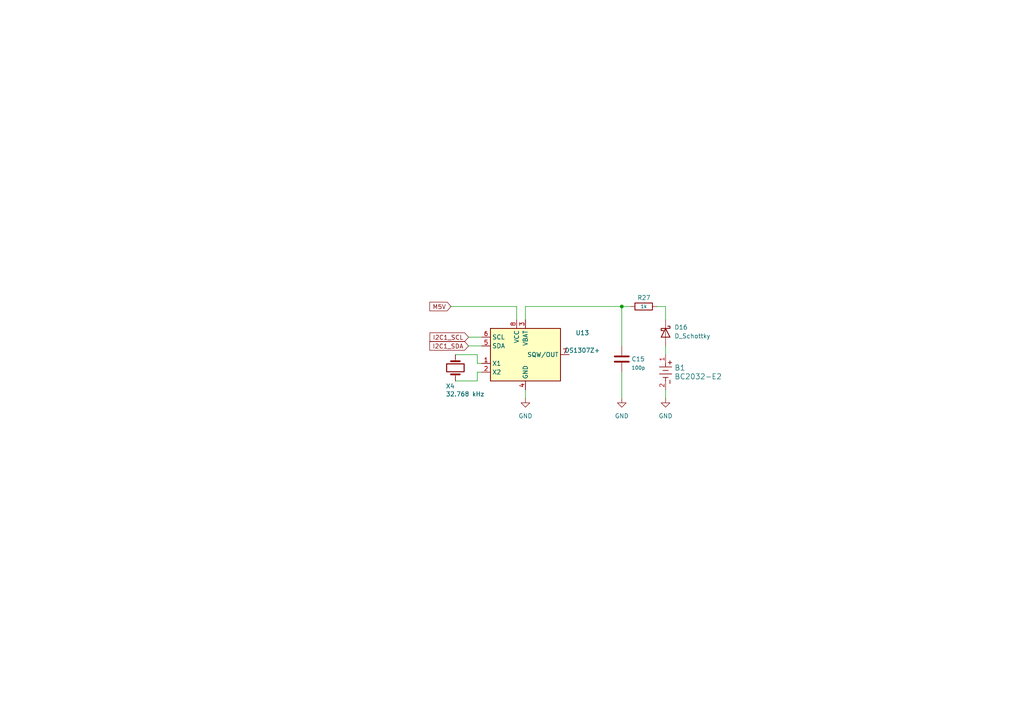
<source format=kicad_sch>
(kicad_sch (version 20231120) (generator "eeschema") (generator_version "8.0")
  (paper "A4")
  (title_block (title "MB02A1 - RTC Module") (date "2025-01-18") (rev "A1"))
  (lib_symbols
    (symbol "2025-01-20_18-18-17:BC2032-E2" (pin_names (offset 0.254))
      (property "Reference" "B" (at 4.826 3.81 0))
      (property "Value" "BC2032-E2" (at 4.826 -3.81 0))
      (symbol "BC2032-E2_0_1"
        (polyline (pts (xy 1.778 1.27) (xy 2.794 1.27)) (stroke (width 0.2032)))
        (polyline (pts (xy 2.286 0.762) (xy 2.286 1.778)) (stroke (width 0.2032)))
        (polyline (pts (xy 2.54 0) (xy 3.4798 0)) (stroke (width 0.2032)))
        (polyline (pts (xy 3.556 -1.778) (xy 3.556 1.778)) (stroke (width 0.2032)))
        (polyline (pts (xy 4.572 0.762) (xy 4.572 -0.762)) (stroke (width 0.2032)))
        (polyline (pts (xy 5.588 -1.778) (xy 5.588 1.778)) (stroke (width 0.2032)))
        (polyline (pts (xy 6.604 0) (xy 7.62 0)) (stroke (width 0.2032)))
        (polyline (pts (xy 6.604 0.762) (xy 6.604 -0.762)) (stroke (width 0.2032)))
        (polyline (pts (xy 7.366 1.27) (xy 8.382 1.27)) (stroke (width 0.2032)))
        (pin unspecified line (at 0 0 0) (length 2.54) (name "") (number "1"))
        (pin unspecified line (at 10.16 0 180) (length 2.54) (name "") (number "2"))
      )
    )
    (symbol "Device:C" (pin_numbers hide) (pin_names (offset 0.254))
      (property "Reference" "C" (at 0.635 2.54 0))
      (property "Value" "C" (at 0.635 -2.54 0))
      (symbol "C_0_1"
        (polyline (pts (xy -2.032 -0.762) (xy 2.032 -0.762)) (stroke (width 0.508)))
        (polyline (pts (xy -2.032 0.762) (xy 2.032 0.762)) (stroke (width 0.508)))
      )
      (symbol "C_1_1"
        (pin passive line (at 0 3.81 270) (length 2.794) (name "~") (number "1"))
        (pin passive line (at 0 -3.81 90) (length 2.794) (name "~") (number "2"))
      )
    )
    (symbol "Device:Crystal" (pin_numbers hide) (pin_names (offset 1.016) hide)
      (property "Reference" "Y" (at 0 3.81 0))
      (property "Value" "Crystal" (at 0 -3.81 0))
      (symbol "Crystal_0_1"
        (rectangle (start -1.143 2.54) (end 1.143 -2.54) (stroke (width 0.3048)))
        (polyline (pts (xy -2.54 0) (xy -1.905 0)))
        (polyline (pts (xy -1.905 -1.27) (xy -1.905 1.27)) (stroke (width 0.508)))
        (polyline (pts (xy 1.905 -1.27) (xy 1.905 1.27)) (stroke (width 0.508)))
        (polyline (pts (xy 2.54 0) (xy 1.905 0)))
      )
      (symbol "Crystal_1_1"
        (pin passive line (at -3.81 0 0) (length 1.27) (name "1") (number "1"))
        (pin passive line (at 3.81 0 180) (length 1.27) (name "2") (number "2"))
      )
    )
    (symbol "Device:D_Schottky" (pin_numbers hide) (pin_names (offset 1.016) hide)
      (property "Reference" "D" (at 0 2.54 0))
      (property "Value" "D_Schottky" (at 0 -2.54 0))
      (symbol "D_Schottky_0_1"
        (polyline (pts (xy 1.27 0) (xy -1.27 0)))
        (polyline (pts (xy 1.27 1.27) (xy 1.27 -1.27) (xy -1.27 0) (xy 1.27 1.27)) (stroke (width 0.254)))
        (polyline (pts (xy -1.905 0.635) (xy -1.905 1.27) (xy -1.27 1.27) (xy -1.27 -1.27) (xy -0.635 -1.27) (xy -0.635 -0.635)) (stroke (width 0.254)))
      )
      (symbol "D_Schottky_1_1"
        (pin passive line (at -3.81 0 0) (length 2.54) (name "K") (number "1"))
        (pin passive line (at 3.81 0 180) (length 2.54) (name "A") (number "2"))
      )
    )
    (symbol "Device:R" (pin_numbers hide) (pin_names (offset 0))
      (property "Reference" "R" (at 2.032 0 90))
      (property "Value" "R" (at 0 0 90))
      (symbol "R_0_1"
        (rectangle (start -1.016 -2.54) (end 1.016 2.54) (stroke (width 0.254)))
      )
      (symbol "R_1_1"
        (pin passive line (at 0 3.81 270) (length 1.27) (name "~") (number "1"))
        (pin passive line (at 0 -3.81 90) (length 1.27) (name "~") (number "2"))
      )
    )
    (symbol "Timer_RTC:DS1307Z+"
      (property "Reference" "U" (at -8.89 8.89 0))
      (property "Value" "DS1307Z+" (at 1.27 8.89 0))
      (symbol "DS1307Z+_0_1"
        (rectangle (start -10.16 7.62) (end 10.16 -7.62) (stroke (width 0.254)) (fill (type background)))
      )
      (symbol "DS1307Z+_1_1"
        (pin input line (at -12.7 -2.54 0) (length 2.54) (name "X1") (number "1"))
        (pin input line (at -12.7 -5.08 0) (length 2.54) (name "X2") (number "2"))
        (pin power_in line (at 0 10.16 270) (length 2.54) (name "VBAT") (number "3"))
        (pin power_in line (at 0 -10.16 90) (length 2.54) (name "GND") (number "4"))
        (pin bidirectional line (at -12.7 2.54 0) (length 2.54) (name "SDA") (number "5"))
        (pin input line (at -12.7 5.08 0) (length 2.54) (name "SCL") (number "6"))
        (pin open_collector line (at 12.7 0 180) (length 2.54) (name "SQW/OUT") (number "7"))
        (pin power_in line (at -2.54 10.16 270) (length 2.54) (name "VCC") (number "8"))
      )
    )
    (symbol "power:GND" (power) (pin_numbers hide) (pin_names (offset 0) hide)
      (property "Value" "GND" (at 0 -3.81 0))
      (symbol "GND_0_1"
        (polyline (pts (xy 0 0) (xy 0 -1.27) (xy 1.27 -1.27) (xy 0 -2.54) (xy -1.27 -1.27) (xy 0 -1.27)))
      )
      (symbol "GND_1_1"
        (pin power_in line (at 0 0 270) (length 0) (name "~") (number "1"))
      )
    )
  )
  (junction (at 180.34 88.9))
  (wire (pts (xy 138.43 105.41) (xy 139.7 105.41)))
  (wire (pts (xy 135.89 100.33) (xy 139.7 100.33)))
  (wire (pts (xy 138.43 107.95) (xy 138.43 110.49)))
  (wire (pts (xy 152.4 88.9) (xy 180.34 88.9)))
  (wire (pts (xy 193.04 88.9) (xy 190.5 88.9)))
  (wire (pts (xy 193.04 92.71) (xy 193.04 88.9)))
  (wire (pts (xy 152.4 113.03) (xy 152.4 115.57)))
  (wire (pts (xy 149.86 88.9) (xy 149.86 92.71)))
  (wire (pts (xy 180.34 88.9) (xy 182.88 88.9)))
  (wire (pts (xy 139.7 107.95) (xy 138.43 107.95)))
  (wire (pts (xy 152.4 88.9) (xy 152.4 92.71)))
  (wire (pts (xy 138.43 102.87) (xy 138.43 105.41)))
  (wire (pts (xy 132.08 102.87) (xy 138.43 102.87)))
  (wire (pts (xy 180.34 107.95) (xy 180.34 115.57)))
  (wire (pts (xy 130.81 88.9) (xy 149.86 88.9)))
  (wire (pts (xy 180.34 88.9) (xy 180.34 100.33)))
  (wire (pts (xy 135.89 97.79) (xy 139.7 97.79)))
  (wire (pts (xy 193.04 113.03) (xy 193.04 115.57)))
  (wire (pts (xy 193.04 100.33) (xy 193.04 102.87)))
  (wire (pts (xy 138.43 110.49) (xy 132.08 110.49)))
  (global_label "I2C1_SCL" (shape input) (at 135.89 97.79 180) (property "Intersheetrefs" "${INTERSHEET_REFS}" (effects (hide yes))))
  (global_label "I2C1_SDA" (shape input) (at 135.89 100.33 180) (property "Intersheetrefs" "${INTERSHEET_REFS}" (effects (hide yes))))
  (global_label "M5V" (shape input) (at 130.81 88.9 180) (property "Intersheetrefs" "${INTERSHEET_REFS}" (effects (hide yes))))
  (symbol (lib_id "Device:R") (at 186.69 88.9 90) (unit 1)
    (property "Reference" "R27" (at 188.722 86.36 90) (effects (justify left)))
    (property "Value" "1k" (at 187.706 88.9 90) (effects (font (size 1.016 1.016)) (justify left)))
    (property "Footprint" "Resistor_SMD:R_0805_2012Metric" (effects (hide yes)))
    (property "Description" "Resistor" (effects (hide yes)))
  )
  (symbol (lib_id "power:GND") (at 152.4 115.57 0) (unit 1)
    (property "Reference" "#PWR029" (effects (hide yes)))
    (property "Value" "GND" (at 152.4 120.65 0))
    (property "Description" "Power symbol creates a global label with name \"GND\" , ground" (effects (hide yes)))
  )
  (symbol (lib_id "Device:C") (at 180.34 104.14 0) (unit 1)
    (property "Reference" "C15" (at 183.134 104.14 0) (effects (justify left)))
    (property "Value" "100p" (at 183.134 106.68 0) (effects (font (size 1.016 1.016)) (justify left)))
    (property "Footprint" "Capacitor_SMD:C_0805_2012Metric" (effects (hide yes)))
    (property "Description" "Unpolarized capacitor" (effects (hide yes)))
  )
  (symbol (lib_id "2025-01-20_18-18-17:BC2032-E2") (at 193.04 102.87 270) (unit 1)
    (property "Reference" "B1" (at 195.58 106.6799 90) (effects (font (size 1.524 1.524)) (justify left)))
    (property "Value" "BC2032-E2" (at 195.58 109.2199 90) (effects (font (size 1.524 1.524)) (justify left)))
    (property "Footprint" "BC2032-E2_MPD" (effects (hide yes)))
    (property "Datasheet" "BC2032-E2" (effects (hide yes)))
  )
  (symbol (lib_id "Device:Crystal") (at 132.08 106.68 90) (unit 1)
    (property "Reference" "X4" (at 129.286 112.014 90) (effects (justify right)))
    (property "Value" "32.768 kHz" (at 129.286 114.3 90) (effects (justify right)))
    (property "Footprint" "Crystal:Crystal_HC18-U_Vertical" (effects (hide yes)))
    (property "Description" "Two pin crystal" (effects (hide yes)))
  )
  (symbol (lib_id "power:GND") (at 180.34 115.57 0) (unit 1)
    (property "Reference" "#PWR032" (effects (hide yes)))
    (property "Value" "GND" (at 180.34 120.65 0))
    (property "Description" "Power symbol creates a global label with name \"GND\" , ground" (effects (hide yes)))
  )
  (symbol (lib_id "power:GND") (at 193.04 115.57 0) (unit 1)
    (property "Reference" "#PWR033" (effects (hide yes)))
    (property "Value" "GND" (at 193.04 120.65 0))
    (property "Description" "Power symbol creates a global label with name \"GND\" , ground" (effects (hide yes)))
  )
  (symbol (lib_id "Device:D_Schottky") (at 193.04 96.52 270) (unit 1)
    (property "Reference" "D16" (at 195.58 94.9324 90) (effects (justify left)))
    (property "Value" "D_Schottky" (at 195.58 97.4724 90) (effects (justify left)))
    (property "Footprint" "Diode_SMD:D_1206_3216Metric" (effects (hide yes)))
    (property "Description" "Schottky diode" (effects (hide yes)))
  )
  (symbol (lib_id "Timer_RTC:DS1307Z+") (at 152.4 102.87 0) (unit 1)
    (property "Reference" "U13" (at 168.91 96.5514 0))
    (property "Value" "DS1307Z+" (at 168.91 101.6314 0))
    (property "Footprint" "Package_SO:SOIC-8_3.9x4.9mm_P1.27mm" (effects (hide yes)))
    (property "Datasheet" "https://datasheets.maximintegrated.com/en/ds/DS1307.pdf" (effects (hide yes)))
    (property "Description" "64 x 8, Serial, I2C Real-time clock, 4.5V to 5.5V VCC, 0°C to +70°C, SOIC-8" (effects (hide yes)))
  )
)
</source>
